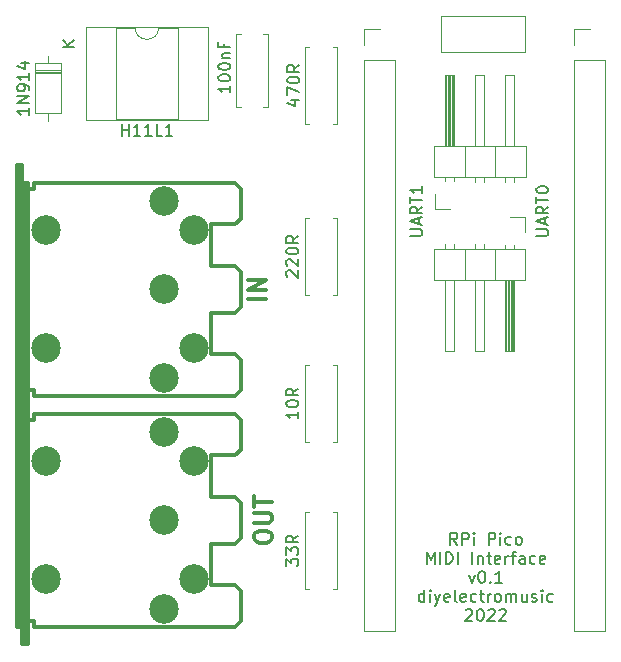
<source format=gbr>
%TF.GenerationSoftware,KiCad,Pcbnew,(6.0.5)*%
%TF.CreationDate,2022-07-19T14:12:40+01:00*%
%TF.ProjectId,PicoMIDIPack,5069636f-4d49-4444-9950-61636b2e6b69,rev?*%
%TF.SameCoordinates,Original*%
%TF.FileFunction,Legend,Top*%
%TF.FilePolarity,Positive*%
%FSLAX46Y46*%
G04 Gerber Fmt 4.6, Leading zero omitted, Abs format (unit mm)*
G04 Created by KiCad (PCBNEW (6.0.5)) date 2022-07-19 14:12:40*
%MOMM*%
%LPD*%
G01*
G04 APERTURE LIST*
%ADD10C,0.100000*%
%ADD11C,0.150000*%
%ADD12C,0.304800*%
%ADD13C,0.120000*%
%ADD14C,2.499360*%
G04 APERTURE END LIST*
D10*
X75184000Y-67564000D02*
X82296000Y-67564000D01*
X82296000Y-67564000D02*
X82296000Y-70612000D01*
X82296000Y-70612000D02*
X75184000Y-70612000D01*
X75184000Y-70612000D02*
X75184000Y-67564000D01*
D11*
X76565428Y-112294380D02*
X76232095Y-111818190D01*
X75994000Y-112294380D02*
X75994000Y-111294380D01*
X76374952Y-111294380D01*
X76470190Y-111342000D01*
X76517809Y-111389619D01*
X76565428Y-111484857D01*
X76565428Y-111627714D01*
X76517809Y-111722952D01*
X76470190Y-111770571D01*
X76374952Y-111818190D01*
X75994000Y-111818190D01*
X76994000Y-112294380D02*
X76994000Y-111294380D01*
X77374952Y-111294380D01*
X77470190Y-111342000D01*
X77517809Y-111389619D01*
X77565428Y-111484857D01*
X77565428Y-111627714D01*
X77517809Y-111722952D01*
X77470190Y-111770571D01*
X77374952Y-111818190D01*
X76994000Y-111818190D01*
X77994000Y-112294380D02*
X77994000Y-111627714D01*
X77994000Y-111294380D02*
X77946380Y-111342000D01*
X77994000Y-111389619D01*
X78041619Y-111342000D01*
X77994000Y-111294380D01*
X77994000Y-111389619D01*
X79232095Y-112294380D02*
X79232095Y-111294380D01*
X79613047Y-111294380D01*
X79708285Y-111342000D01*
X79755904Y-111389619D01*
X79803523Y-111484857D01*
X79803523Y-111627714D01*
X79755904Y-111722952D01*
X79708285Y-111770571D01*
X79613047Y-111818190D01*
X79232095Y-111818190D01*
X80232095Y-112294380D02*
X80232095Y-111627714D01*
X80232095Y-111294380D02*
X80184476Y-111342000D01*
X80232095Y-111389619D01*
X80279714Y-111342000D01*
X80232095Y-111294380D01*
X80232095Y-111389619D01*
X81136857Y-112246761D02*
X81041619Y-112294380D01*
X80851142Y-112294380D01*
X80755904Y-112246761D01*
X80708285Y-112199142D01*
X80660666Y-112103904D01*
X80660666Y-111818190D01*
X80708285Y-111722952D01*
X80755904Y-111675333D01*
X80851142Y-111627714D01*
X81041619Y-111627714D01*
X81136857Y-111675333D01*
X81708285Y-112294380D02*
X81613047Y-112246761D01*
X81565428Y-112199142D01*
X81517809Y-112103904D01*
X81517809Y-111818190D01*
X81565428Y-111722952D01*
X81613047Y-111675333D01*
X81708285Y-111627714D01*
X81851142Y-111627714D01*
X81946380Y-111675333D01*
X81994000Y-111722952D01*
X82041619Y-111818190D01*
X82041619Y-112103904D01*
X81994000Y-112199142D01*
X81946380Y-112246761D01*
X81851142Y-112294380D01*
X81708285Y-112294380D01*
X73994000Y-113904380D02*
X73994000Y-112904380D01*
X74327333Y-113618666D01*
X74660666Y-112904380D01*
X74660666Y-113904380D01*
X75136857Y-113904380D02*
X75136857Y-112904380D01*
X75613047Y-113904380D02*
X75613047Y-112904380D01*
X75851142Y-112904380D01*
X75994000Y-112952000D01*
X76089238Y-113047238D01*
X76136857Y-113142476D01*
X76184476Y-113332952D01*
X76184476Y-113475809D01*
X76136857Y-113666285D01*
X76089238Y-113761523D01*
X75994000Y-113856761D01*
X75851142Y-113904380D01*
X75613047Y-113904380D01*
X76613047Y-113904380D02*
X76613047Y-112904380D01*
X77851142Y-113904380D02*
X77851142Y-112904380D01*
X78327333Y-113237714D02*
X78327333Y-113904380D01*
X78327333Y-113332952D02*
X78374952Y-113285333D01*
X78470190Y-113237714D01*
X78613047Y-113237714D01*
X78708285Y-113285333D01*
X78755904Y-113380571D01*
X78755904Y-113904380D01*
X79089238Y-113237714D02*
X79470190Y-113237714D01*
X79232095Y-112904380D02*
X79232095Y-113761523D01*
X79279714Y-113856761D01*
X79374952Y-113904380D01*
X79470190Y-113904380D01*
X80184476Y-113856761D02*
X80089238Y-113904380D01*
X79898761Y-113904380D01*
X79803523Y-113856761D01*
X79755904Y-113761523D01*
X79755904Y-113380571D01*
X79803523Y-113285333D01*
X79898761Y-113237714D01*
X80089238Y-113237714D01*
X80184476Y-113285333D01*
X80232095Y-113380571D01*
X80232095Y-113475809D01*
X79755904Y-113571047D01*
X80660666Y-113904380D02*
X80660666Y-113237714D01*
X80660666Y-113428190D02*
X80708285Y-113332952D01*
X80755904Y-113285333D01*
X80851142Y-113237714D01*
X80946380Y-113237714D01*
X81136857Y-113237714D02*
X81517809Y-113237714D01*
X81279714Y-113904380D02*
X81279714Y-113047238D01*
X81327333Y-112952000D01*
X81422571Y-112904380D01*
X81517809Y-112904380D01*
X82279714Y-113904380D02*
X82279714Y-113380571D01*
X82232095Y-113285333D01*
X82136857Y-113237714D01*
X81946380Y-113237714D01*
X81851142Y-113285333D01*
X82279714Y-113856761D02*
X82184476Y-113904380D01*
X81946380Y-113904380D01*
X81851142Y-113856761D01*
X81803523Y-113761523D01*
X81803523Y-113666285D01*
X81851142Y-113571047D01*
X81946380Y-113523428D01*
X82184476Y-113523428D01*
X82279714Y-113475809D01*
X83184476Y-113856761D02*
X83089238Y-113904380D01*
X82898761Y-113904380D01*
X82803523Y-113856761D01*
X82755904Y-113809142D01*
X82708285Y-113713904D01*
X82708285Y-113428190D01*
X82755904Y-113332952D01*
X82803523Y-113285333D01*
X82898761Y-113237714D01*
X83089238Y-113237714D01*
X83184476Y-113285333D01*
X83994000Y-113856761D02*
X83898761Y-113904380D01*
X83708285Y-113904380D01*
X83613047Y-113856761D01*
X83565428Y-113761523D01*
X83565428Y-113380571D01*
X83613047Y-113285333D01*
X83708285Y-113237714D01*
X83898761Y-113237714D01*
X83994000Y-113285333D01*
X84041619Y-113380571D01*
X84041619Y-113475809D01*
X83565428Y-113571047D01*
X77565428Y-114847714D02*
X77803523Y-115514380D01*
X78041619Y-114847714D01*
X78613047Y-114514380D02*
X78708285Y-114514380D01*
X78803523Y-114562000D01*
X78851142Y-114609619D01*
X78898761Y-114704857D01*
X78946380Y-114895333D01*
X78946380Y-115133428D01*
X78898761Y-115323904D01*
X78851142Y-115419142D01*
X78803523Y-115466761D01*
X78708285Y-115514380D01*
X78613047Y-115514380D01*
X78517809Y-115466761D01*
X78470190Y-115419142D01*
X78422571Y-115323904D01*
X78374952Y-115133428D01*
X78374952Y-114895333D01*
X78422571Y-114704857D01*
X78470190Y-114609619D01*
X78517809Y-114562000D01*
X78613047Y-114514380D01*
X79374952Y-115419142D02*
X79422571Y-115466761D01*
X79374952Y-115514380D01*
X79327333Y-115466761D01*
X79374952Y-115419142D01*
X79374952Y-115514380D01*
X80374952Y-115514380D02*
X79803523Y-115514380D01*
X80089238Y-115514380D02*
X80089238Y-114514380D01*
X79994000Y-114657238D01*
X79898761Y-114752476D01*
X79803523Y-114800095D01*
X73803523Y-117124380D02*
X73803523Y-116124380D01*
X73803523Y-117076761D02*
X73708285Y-117124380D01*
X73517809Y-117124380D01*
X73422571Y-117076761D01*
X73374952Y-117029142D01*
X73327333Y-116933904D01*
X73327333Y-116648190D01*
X73374952Y-116552952D01*
X73422571Y-116505333D01*
X73517809Y-116457714D01*
X73708285Y-116457714D01*
X73803523Y-116505333D01*
X74279714Y-117124380D02*
X74279714Y-116457714D01*
X74279714Y-116124380D02*
X74232095Y-116172000D01*
X74279714Y-116219619D01*
X74327333Y-116172000D01*
X74279714Y-116124380D01*
X74279714Y-116219619D01*
X74660666Y-116457714D02*
X74898761Y-117124380D01*
X75136857Y-116457714D02*
X74898761Y-117124380D01*
X74803523Y-117362476D01*
X74755904Y-117410095D01*
X74660666Y-117457714D01*
X75898761Y-117076761D02*
X75803523Y-117124380D01*
X75613047Y-117124380D01*
X75517809Y-117076761D01*
X75470190Y-116981523D01*
X75470190Y-116600571D01*
X75517809Y-116505333D01*
X75613047Y-116457714D01*
X75803523Y-116457714D01*
X75898761Y-116505333D01*
X75946380Y-116600571D01*
X75946380Y-116695809D01*
X75470190Y-116791047D01*
X76517809Y-117124380D02*
X76422571Y-117076761D01*
X76374952Y-116981523D01*
X76374952Y-116124380D01*
X77279714Y-117076761D02*
X77184476Y-117124380D01*
X76994000Y-117124380D01*
X76898761Y-117076761D01*
X76851142Y-116981523D01*
X76851142Y-116600571D01*
X76898761Y-116505333D01*
X76994000Y-116457714D01*
X77184476Y-116457714D01*
X77279714Y-116505333D01*
X77327333Y-116600571D01*
X77327333Y-116695809D01*
X76851142Y-116791047D01*
X78184476Y-117076761D02*
X78089238Y-117124380D01*
X77898761Y-117124380D01*
X77803523Y-117076761D01*
X77755904Y-117029142D01*
X77708285Y-116933904D01*
X77708285Y-116648190D01*
X77755904Y-116552952D01*
X77803523Y-116505333D01*
X77898761Y-116457714D01*
X78089238Y-116457714D01*
X78184476Y-116505333D01*
X78470190Y-116457714D02*
X78851142Y-116457714D01*
X78613047Y-116124380D02*
X78613047Y-116981523D01*
X78660666Y-117076761D01*
X78755904Y-117124380D01*
X78851142Y-117124380D01*
X79184476Y-117124380D02*
X79184476Y-116457714D01*
X79184476Y-116648190D02*
X79232095Y-116552952D01*
X79279714Y-116505333D01*
X79374952Y-116457714D01*
X79470190Y-116457714D01*
X79946380Y-117124380D02*
X79851142Y-117076761D01*
X79803523Y-117029142D01*
X79755904Y-116933904D01*
X79755904Y-116648190D01*
X79803523Y-116552952D01*
X79851142Y-116505333D01*
X79946380Y-116457714D01*
X80089238Y-116457714D01*
X80184476Y-116505333D01*
X80232095Y-116552952D01*
X80279714Y-116648190D01*
X80279714Y-116933904D01*
X80232095Y-117029142D01*
X80184476Y-117076761D01*
X80089238Y-117124380D01*
X79946380Y-117124380D01*
X80708285Y-117124380D02*
X80708285Y-116457714D01*
X80708285Y-116552952D02*
X80755904Y-116505333D01*
X80851142Y-116457714D01*
X80994000Y-116457714D01*
X81089238Y-116505333D01*
X81136857Y-116600571D01*
X81136857Y-117124380D01*
X81136857Y-116600571D02*
X81184476Y-116505333D01*
X81279714Y-116457714D01*
X81422571Y-116457714D01*
X81517809Y-116505333D01*
X81565428Y-116600571D01*
X81565428Y-117124380D01*
X82470190Y-116457714D02*
X82470190Y-117124380D01*
X82041619Y-116457714D02*
X82041619Y-116981523D01*
X82089238Y-117076761D01*
X82184476Y-117124380D01*
X82327333Y-117124380D01*
X82422571Y-117076761D01*
X82470190Y-117029142D01*
X82898761Y-117076761D02*
X82994000Y-117124380D01*
X83184476Y-117124380D01*
X83279714Y-117076761D01*
X83327333Y-116981523D01*
X83327333Y-116933904D01*
X83279714Y-116838666D01*
X83184476Y-116791047D01*
X83041619Y-116791047D01*
X82946380Y-116743428D01*
X82898761Y-116648190D01*
X82898761Y-116600571D01*
X82946380Y-116505333D01*
X83041619Y-116457714D01*
X83184476Y-116457714D01*
X83279714Y-116505333D01*
X83755904Y-117124380D02*
X83755904Y-116457714D01*
X83755904Y-116124380D02*
X83708285Y-116172000D01*
X83755904Y-116219619D01*
X83803523Y-116172000D01*
X83755904Y-116124380D01*
X83755904Y-116219619D01*
X84660666Y-117076761D02*
X84565428Y-117124380D01*
X84374952Y-117124380D01*
X84279714Y-117076761D01*
X84232095Y-117029142D01*
X84184476Y-116933904D01*
X84184476Y-116648190D01*
X84232095Y-116552952D01*
X84279714Y-116505333D01*
X84374952Y-116457714D01*
X84565428Y-116457714D01*
X84660666Y-116505333D01*
X77279714Y-117829619D02*
X77327333Y-117782000D01*
X77422571Y-117734380D01*
X77660666Y-117734380D01*
X77755904Y-117782000D01*
X77803523Y-117829619D01*
X77851142Y-117924857D01*
X77851142Y-118020095D01*
X77803523Y-118162952D01*
X77232095Y-118734380D01*
X77851142Y-118734380D01*
X78470190Y-117734380D02*
X78565428Y-117734380D01*
X78660666Y-117782000D01*
X78708285Y-117829619D01*
X78755904Y-117924857D01*
X78803523Y-118115333D01*
X78803523Y-118353428D01*
X78755904Y-118543904D01*
X78708285Y-118639142D01*
X78660666Y-118686761D01*
X78565428Y-118734380D01*
X78470190Y-118734380D01*
X78374952Y-118686761D01*
X78327333Y-118639142D01*
X78279714Y-118543904D01*
X78232095Y-118353428D01*
X78232095Y-118115333D01*
X78279714Y-117924857D01*
X78327333Y-117829619D01*
X78374952Y-117782000D01*
X78470190Y-117734380D01*
X79184476Y-117829619D02*
X79232095Y-117782000D01*
X79327333Y-117734380D01*
X79565428Y-117734380D01*
X79660666Y-117782000D01*
X79708285Y-117829619D01*
X79755904Y-117924857D01*
X79755904Y-118020095D01*
X79708285Y-118162952D01*
X79136857Y-118734380D01*
X79755904Y-118734380D01*
X80136857Y-117829619D02*
X80184476Y-117782000D01*
X80279714Y-117734380D01*
X80517809Y-117734380D01*
X80613047Y-117782000D01*
X80660666Y-117829619D01*
X80708285Y-117924857D01*
X80708285Y-118020095D01*
X80660666Y-118162952D01*
X80089238Y-118734380D01*
X80708285Y-118734380D01*
%TO.C,UART0*%
X83272380Y-86145428D02*
X84081904Y-86145428D01*
X84177142Y-86097809D01*
X84224761Y-86050190D01*
X84272380Y-85954952D01*
X84272380Y-85764476D01*
X84224761Y-85669238D01*
X84177142Y-85621619D01*
X84081904Y-85574000D01*
X83272380Y-85574000D01*
X83986666Y-85145428D02*
X83986666Y-84669238D01*
X84272380Y-85240666D02*
X83272380Y-84907333D01*
X84272380Y-84574000D01*
X84272380Y-83669238D02*
X83796190Y-84002571D01*
X84272380Y-84240666D02*
X83272380Y-84240666D01*
X83272380Y-83859714D01*
X83320000Y-83764476D01*
X83367619Y-83716857D01*
X83462857Y-83669238D01*
X83605714Y-83669238D01*
X83700952Y-83716857D01*
X83748571Y-83764476D01*
X83796190Y-83859714D01*
X83796190Y-84240666D01*
X83272380Y-83383523D02*
X83272380Y-82812095D01*
X84272380Y-83097809D02*
X83272380Y-83097809D01*
X83272380Y-82288285D02*
X83272380Y-82193047D01*
X83320000Y-82097809D01*
X83367619Y-82050190D01*
X83462857Y-82002571D01*
X83653333Y-81954952D01*
X83891428Y-81954952D01*
X84081904Y-82002571D01*
X84177142Y-82050190D01*
X84224761Y-82097809D01*
X84272380Y-82193047D01*
X84272380Y-82288285D01*
X84224761Y-82383523D01*
X84177142Y-82431142D01*
X84081904Y-82478761D01*
X83891428Y-82526380D01*
X83653333Y-82526380D01*
X83462857Y-82478761D01*
X83367619Y-82431142D01*
X83320000Y-82383523D01*
X83272380Y-82288285D01*
D12*
%TO.C,IN*%
X60379428Y-91476285D02*
X58855428Y-91476285D01*
X60379428Y-90750571D02*
X58855428Y-90750571D01*
X60379428Y-89879714D01*
X58855428Y-89879714D01*
D11*
%TO.C,33R*%
X62106380Y-114085523D02*
X62106380Y-113466476D01*
X62487333Y-113799809D01*
X62487333Y-113656952D01*
X62534952Y-113561714D01*
X62582571Y-113514095D01*
X62677809Y-113466476D01*
X62915904Y-113466476D01*
X63011142Y-113514095D01*
X63058761Y-113561714D01*
X63106380Y-113656952D01*
X63106380Y-113942666D01*
X63058761Y-114037904D01*
X63011142Y-114085523D01*
X62106380Y-113133142D02*
X62106380Y-112514095D01*
X62487333Y-112847428D01*
X62487333Y-112704571D01*
X62534952Y-112609333D01*
X62582571Y-112561714D01*
X62677809Y-112514095D01*
X62915904Y-112514095D01*
X63011142Y-112561714D01*
X63058761Y-112609333D01*
X63106380Y-112704571D01*
X63106380Y-112990285D01*
X63058761Y-113085523D01*
X63011142Y-113133142D01*
X63106380Y-111514095D02*
X62630190Y-111847428D01*
X63106380Y-112085523D02*
X62106380Y-112085523D01*
X62106380Y-111704571D01*
X62154000Y-111609333D01*
X62201619Y-111561714D01*
X62296857Y-111514095D01*
X62439714Y-111514095D01*
X62534952Y-111561714D01*
X62582571Y-111609333D01*
X62630190Y-111704571D01*
X62630190Y-112085523D01*
%TO.C,220R*%
X62201619Y-89622095D02*
X62154000Y-89574476D01*
X62106380Y-89479238D01*
X62106380Y-89241142D01*
X62154000Y-89145904D01*
X62201619Y-89098285D01*
X62296857Y-89050666D01*
X62392095Y-89050666D01*
X62534952Y-89098285D01*
X63106380Y-89669714D01*
X63106380Y-89050666D01*
X62201619Y-88669714D02*
X62154000Y-88622095D01*
X62106380Y-88526857D01*
X62106380Y-88288761D01*
X62154000Y-88193523D01*
X62201619Y-88145904D01*
X62296857Y-88098285D01*
X62392095Y-88098285D01*
X62534952Y-88145904D01*
X63106380Y-88717333D01*
X63106380Y-88098285D01*
X62106380Y-87479238D02*
X62106380Y-87384000D01*
X62154000Y-87288761D01*
X62201619Y-87241142D01*
X62296857Y-87193523D01*
X62487333Y-87145904D01*
X62725428Y-87145904D01*
X62915904Y-87193523D01*
X63011142Y-87241142D01*
X63058761Y-87288761D01*
X63106380Y-87384000D01*
X63106380Y-87479238D01*
X63058761Y-87574476D01*
X63011142Y-87622095D01*
X62915904Y-87669714D01*
X62725428Y-87717333D01*
X62487333Y-87717333D01*
X62296857Y-87669714D01*
X62201619Y-87622095D01*
X62154000Y-87574476D01*
X62106380Y-87479238D01*
X63106380Y-86145904D02*
X62630190Y-86479238D01*
X63106380Y-86717333D02*
X62106380Y-86717333D01*
X62106380Y-86336380D01*
X62154000Y-86241142D01*
X62201619Y-86193523D01*
X62296857Y-86145904D01*
X62439714Y-86145904D01*
X62534952Y-86193523D01*
X62582571Y-86241142D01*
X62630190Y-86336380D01*
X62630190Y-86717333D01*
%TO.C,H11L1*%
X48172952Y-77668380D02*
X48172952Y-76668380D01*
X48172952Y-77144571D02*
X48744380Y-77144571D01*
X48744380Y-77668380D02*
X48744380Y-76668380D01*
X49744380Y-77668380D02*
X49172952Y-77668380D01*
X49458666Y-77668380D02*
X49458666Y-76668380D01*
X49363428Y-76811238D01*
X49268190Y-76906476D01*
X49172952Y-76954095D01*
X50696761Y-77668380D02*
X50125333Y-77668380D01*
X50411047Y-77668380D02*
X50411047Y-76668380D01*
X50315809Y-76811238D01*
X50220571Y-76906476D01*
X50125333Y-76954095D01*
X51601523Y-77668380D02*
X51125333Y-77668380D01*
X51125333Y-76668380D01*
X52458666Y-77668380D02*
X51887238Y-77668380D01*
X52172952Y-77668380D02*
X52172952Y-76668380D01*
X52077714Y-76811238D01*
X51982476Y-76906476D01*
X51887238Y-76954095D01*
%TO.C,UART1*%
X72604380Y-86145428D02*
X73413904Y-86145428D01*
X73509142Y-86097809D01*
X73556761Y-86050190D01*
X73604380Y-85954952D01*
X73604380Y-85764476D01*
X73556761Y-85669238D01*
X73509142Y-85621619D01*
X73413904Y-85574000D01*
X72604380Y-85574000D01*
X73318666Y-85145428D02*
X73318666Y-84669238D01*
X73604380Y-85240666D02*
X72604380Y-84907333D01*
X73604380Y-84574000D01*
X73604380Y-83669238D02*
X73128190Y-84002571D01*
X73604380Y-84240666D02*
X72604380Y-84240666D01*
X72604380Y-83859714D01*
X72652000Y-83764476D01*
X72699619Y-83716857D01*
X72794857Y-83669238D01*
X72937714Y-83669238D01*
X73032952Y-83716857D01*
X73080571Y-83764476D01*
X73128190Y-83859714D01*
X73128190Y-84240666D01*
X72604380Y-83383523D02*
X72604380Y-82812095D01*
X73604380Y-83097809D02*
X72604380Y-83097809D01*
X73604380Y-81954952D02*
X73604380Y-82526380D01*
X73604380Y-82240666D02*
X72604380Y-82240666D01*
X72747238Y-82335904D01*
X72842476Y-82431142D01*
X72890095Y-82526380D01*
%TO.C,470R*%
X62523714Y-74667904D02*
X63190380Y-74667904D01*
X62142761Y-74906000D02*
X62857047Y-75144095D01*
X62857047Y-74525047D01*
X62190380Y-74239333D02*
X62190380Y-73572666D01*
X63190380Y-74001238D01*
X62190380Y-73001238D02*
X62190380Y-72906000D01*
X62238000Y-72810761D01*
X62285619Y-72763142D01*
X62380857Y-72715523D01*
X62571333Y-72667904D01*
X62809428Y-72667904D01*
X62999904Y-72715523D01*
X63095142Y-72763142D01*
X63142761Y-72810761D01*
X63190380Y-72906000D01*
X63190380Y-73001238D01*
X63142761Y-73096476D01*
X63095142Y-73144095D01*
X62999904Y-73191714D01*
X62809428Y-73239333D01*
X62571333Y-73239333D01*
X62380857Y-73191714D01*
X62285619Y-73144095D01*
X62238000Y-73096476D01*
X62190380Y-73001238D01*
X63190380Y-71667904D02*
X62714190Y-72001238D01*
X63190380Y-72239333D02*
X62190380Y-72239333D01*
X62190380Y-71858380D01*
X62238000Y-71763142D01*
X62285619Y-71715523D01*
X62380857Y-71667904D01*
X62523714Y-71667904D01*
X62618952Y-71715523D01*
X62666571Y-71763142D01*
X62714190Y-71858380D01*
X62714190Y-72239333D01*
%TO.C,10R*%
X63106380Y-101020476D02*
X63106380Y-101591904D01*
X63106380Y-101306190D02*
X62106380Y-101306190D01*
X62249238Y-101401428D01*
X62344476Y-101496666D01*
X62392095Y-101591904D01*
X62106380Y-100401428D02*
X62106380Y-100306190D01*
X62154000Y-100210952D01*
X62201619Y-100163333D01*
X62296857Y-100115714D01*
X62487333Y-100068095D01*
X62725428Y-100068095D01*
X62915904Y-100115714D01*
X63011142Y-100163333D01*
X63058761Y-100210952D01*
X63106380Y-100306190D01*
X63106380Y-100401428D01*
X63058761Y-100496666D01*
X63011142Y-100544285D01*
X62915904Y-100591904D01*
X62725428Y-100639523D01*
X62487333Y-100639523D01*
X62296857Y-100591904D01*
X62201619Y-100544285D01*
X62154000Y-100496666D01*
X62106380Y-100401428D01*
X63106380Y-99068095D02*
X62630190Y-99401428D01*
X63106380Y-99639523D02*
X62106380Y-99639523D01*
X62106380Y-99258571D01*
X62154000Y-99163333D01*
X62201619Y-99115714D01*
X62296857Y-99068095D01*
X62439714Y-99068095D01*
X62534952Y-99115714D01*
X62582571Y-99163333D01*
X62630190Y-99258571D01*
X62630190Y-99639523D01*
%TO.C,100nF*%
X57348380Y-73429619D02*
X57348380Y-74001047D01*
X57348380Y-73715333D02*
X56348380Y-73715333D01*
X56491238Y-73810571D01*
X56586476Y-73905809D01*
X56634095Y-74001047D01*
X56348380Y-72810571D02*
X56348380Y-72715333D01*
X56396000Y-72620095D01*
X56443619Y-72572476D01*
X56538857Y-72524857D01*
X56729333Y-72477238D01*
X56967428Y-72477238D01*
X57157904Y-72524857D01*
X57253142Y-72572476D01*
X57300761Y-72620095D01*
X57348380Y-72715333D01*
X57348380Y-72810571D01*
X57300761Y-72905809D01*
X57253142Y-72953428D01*
X57157904Y-73001047D01*
X56967428Y-73048666D01*
X56729333Y-73048666D01*
X56538857Y-73001047D01*
X56443619Y-72953428D01*
X56396000Y-72905809D01*
X56348380Y-72810571D01*
X56348380Y-71858190D02*
X56348380Y-71762952D01*
X56396000Y-71667714D01*
X56443619Y-71620095D01*
X56538857Y-71572476D01*
X56729333Y-71524857D01*
X56967428Y-71524857D01*
X57157904Y-71572476D01*
X57253142Y-71620095D01*
X57300761Y-71667714D01*
X57348380Y-71762952D01*
X57348380Y-71858190D01*
X57300761Y-71953428D01*
X57253142Y-72001047D01*
X57157904Y-72048666D01*
X56967428Y-72096285D01*
X56729333Y-72096285D01*
X56538857Y-72048666D01*
X56443619Y-72001047D01*
X56396000Y-71953428D01*
X56348380Y-71858190D01*
X56681714Y-71096285D02*
X57348380Y-71096285D01*
X56776952Y-71096285D02*
X56729333Y-71048666D01*
X56681714Y-70953428D01*
X56681714Y-70810571D01*
X56729333Y-70715333D01*
X56824571Y-70667714D01*
X57348380Y-70667714D01*
X56824571Y-69858190D02*
X56824571Y-70191523D01*
X57348380Y-70191523D02*
X56348380Y-70191523D01*
X56348380Y-69715333D01*
%TO.C,1N914*%
X40330380Y-75326666D02*
X40330380Y-75898095D01*
X40330380Y-75612380D02*
X39330380Y-75612380D01*
X39473238Y-75707619D01*
X39568476Y-75802857D01*
X39616095Y-75898095D01*
X40330380Y-74898095D02*
X39330380Y-74898095D01*
X40330380Y-74326666D01*
X39330380Y-74326666D01*
X40330380Y-73802857D02*
X40330380Y-73612380D01*
X40282761Y-73517142D01*
X40235142Y-73469523D01*
X40092285Y-73374285D01*
X39901809Y-73326666D01*
X39520857Y-73326666D01*
X39425619Y-73374285D01*
X39378000Y-73421904D01*
X39330380Y-73517142D01*
X39330380Y-73707619D01*
X39378000Y-73802857D01*
X39425619Y-73850476D01*
X39520857Y-73898095D01*
X39758952Y-73898095D01*
X39854190Y-73850476D01*
X39901809Y-73802857D01*
X39949428Y-73707619D01*
X39949428Y-73517142D01*
X39901809Y-73421904D01*
X39854190Y-73374285D01*
X39758952Y-73326666D01*
X40330380Y-72374285D02*
X40330380Y-72945714D01*
X40330380Y-72660000D02*
X39330380Y-72660000D01*
X39473238Y-72755238D01*
X39568476Y-72850476D01*
X39616095Y-72945714D01*
X39663714Y-71517142D02*
X40330380Y-71517142D01*
X39282761Y-71755238D02*
X39997047Y-71993333D01*
X39997047Y-71374285D01*
X44162380Y-70111904D02*
X43162380Y-70111904D01*
X44162380Y-69540476D02*
X43590952Y-69969047D01*
X43162380Y-69540476D02*
X43733809Y-70111904D01*
D12*
%TO.C,OUT*%
X59363428Y-111760000D02*
X59363428Y-111469714D01*
X59436000Y-111324571D01*
X59581142Y-111179428D01*
X59871428Y-111106857D01*
X60379428Y-111106857D01*
X60669714Y-111179428D01*
X60814857Y-111324571D01*
X60887428Y-111469714D01*
X60887428Y-111760000D01*
X60814857Y-111905142D01*
X60669714Y-112050285D01*
X60379428Y-112122857D01*
X59871428Y-112122857D01*
X59581142Y-112050285D01*
X59436000Y-111905142D01*
X59363428Y-111760000D01*
X59363428Y-110453714D02*
X60597142Y-110453714D01*
X60742285Y-110381142D01*
X60814857Y-110308571D01*
X60887428Y-110163428D01*
X60887428Y-109873142D01*
X60814857Y-109728000D01*
X60742285Y-109655428D01*
X60597142Y-109582857D01*
X59363428Y-109582857D01*
X59363428Y-109074857D02*
X59363428Y-108204000D01*
X60887428Y-108639428D02*
X59363428Y-108639428D01*
D13*
%TO.C,UART0*%
X77201000Y-87235000D02*
X77201000Y-89895000D01*
X82341000Y-87235000D02*
X74601000Y-87235000D01*
X82341000Y-89895000D02*
X82341000Y-87235000D01*
X76311000Y-89895000D02*
X76311000Y-95895000D01*
X81391000Y-89895000D02*
X81391000Y-95895000D01*
X80731000Y-89895000D02*
X80731000Y-95895000D01*
X82281000Y-84525000D02*
X82281000Y-85795000D01*
X79741000Y-87235000D02*
X79741000Y-89895000D01*
X81011000Y-84525000D02*
X82281000Y-84525000D01*
X81391000Y-95895000D02*
X80631000Y-95895000D01*
X75551000Y-86837929D02*
X75551000Y-87235000D01*
X76311000Y-95895000D02*
X75551000Y-95895000D01*
X78091000Y-86837929D02*
X78091000Y-87235000D01*
X78851000Y-86837929D02*
X78851000Y-87235000D01*
X74601000Y-89895000D02*
X82341000Y-89895000D01*
X76311000Y-86837929D02*
X76311000Y-87235000D01*
X81391000Y-86905000D02*
X81391000Y-87235000D01*
X78851000Y-95895000D02*
X78091000Y-95895000D01*
X78851000Y-89895000D02*
X78851000Y-95895000D01*
X81331000Y-89895000D02*
X81331000Y-95895000D01*
X80631000Y-86905000D02*
X80631000Y-87235000D01*
X81211000Y-89895000D02*
X81211000Y-95895000D01*
X81091000Y-89895000D02*
X81091000Y-95895000D01*
X80851000Y-89895000D02*
X80851000Y-95895000D01*
X75551000Y-95895000D02*
X75551000Y-89895000D01*
X74601000Y-87235000D02*
X74601000Y-89895000D01*
X78091000Y-95895000D02*
X78091000Y-89895000D01*
X80971000Y-89895000D02*
X80971000Y-95895000D01*
X80631000Y-95895000D02*
X80631000Y-89895000D01*
D12*
%TO.C,IN*%
X39768780Y-99677220D02*
X39768780Y-81678780D01*
X58267600Y-96677480D02*
X57767220Y-96177100D01*
X57767220Y-99677220D02*
X58267600Y-99176840D01*
X39768780Y-101178360D02*
X39768780Y-99677220D01*
X39768780Y-80177640D02*
X39768780Y-81678780D01*
X58267600Y-92179140D02*
X57767220Y-92676980D01*
X40269160Y-81678780D02*
X40269160Y-101178360D01*
X40017700Y-81678780D02*
X40017700Y-101178360D01*
X57767220Y-99677220D02*
X40767000Y-99677220D01*
X40767000Y-81678780D02*
X40767000Y-82179160D01*
X55768240Y-85178900D02*
X55768240Y-88679020D01*
X58267600Y-84678520D02*
X57767220Y-85178900D01*
X58267600Y-89176860D02*
X57767220Y-88679020D01*
X57767220Y-81678780D02*
X58267600Y-82179160D01*
X39768780Y-81678780D02*
X40269160Y-81678780D01*
X55768240Y-96177100D02*
X55768240Y-92676980D01*
X39768780Y-99677220D02*
X39268400Y-99677220D01*
X58267600Y-89176860D02*
X58267600Y-92179140D01*
X57767220Y-88679020D02*
X55768240Y-88679020D01*
X40767000Y-82179160D02*
X40269160Y-82179160D01*
X57767220Y-85178900D02*
X55768240Y-85178900D01*
X58267600Y-82179160D02*
X58267600Y-84678520D01*
X39517320Y-80177640D02*
X39517320Y-99677220D01*
X40269160Y-101178360D02*
X39768780Y-101178360D01*
X57767220Y-96177100D02*
X55768240Y-96177100D01*
X39268400Y-99677220D02*
X39268400Y-80177640D01*
X57767220Y-81678780D02*
X40767000Y-81678780D01*
X57767220Y-92676980D02*
X55768240Y-92676980D01*
X40767000Y-99677220D02*
X40767000Y-99176840D01*
X58267600Y-99176840D02*
X58267600Y-97177860D01*
X39268400Y-80177640D02*
X39768780Y-80177640D01*
X58267600Y-97177860D02*
X58267600Y-96677480D01*
X40269160Y-99176840D02*
X40767000Y-99176840D01*
D13*
%TO.C,33R*%
X66394000Y-116046000D02*
X66394000Y-109506000D01*
X66394000Y-109506000D02*
X66064000Y-109506000D01*
X63654000Y-109506000D02*
X63984000Y-109506000D01*
X63984000Y-116046000D02*
X63654000Y-116046000D01*
X66064000Y-116046000D02*
X66394000Y-116046000D01*
X63654000Y-116046000D02*
X63654000Y-109506000D01*
%TO.C,220R*%
X66064000Y-91154000D02*
X66394000Y-91154000D01*
X63654000Y-91154000D02*
X63654000Y-84614000D01*
X63984000Y-91154000D02*
X63654000Y-91154000D01*
X66394000Y-84614000D02*
X66064000Y-84614000D01*
X63654000Y-84614000D02*
X63984000Y-84614000D01*
X66394000Y-91154000D02*
X66394000Y-84614000D01*
%TO.C,J4*%
X86450000Y-71270000D02*
X86450000Y-119590000D01*
X86450000Y-68670000D02*
X87780000Y-68670000D01*
X89110000Y-71270000D02*
X89110000Y-119590000D01*
X86450000Y-71270000D02*
X89110000Y-71270000D01*
X86450000Y-70000000D02*
X86450000Y-68670000D01*
X86450000Y-119590000D02*
X89110000Y-119590000D01*
%TO.C,H11L1*%
X45162000Y-68450000D02*
X45162000Y-76310000D01*
X45162000Y-76310000D02*
X55442000Y-76310000D01*
X47652000Y-76250000D02*
X52952000Y-76250000D01*
X52952000Y-76250000D02*
X52952000Y-68510000D01*
X47652000Y-68510000D02*
X47652000Y-76250000D01*
X49302000Y-68510000D02*
X47652000Y-68510000D01*
X55442000Y-68450000D02*
X45162000Y-68450000D01*
X52952000Y-68510000D02*
X51302000Y-68510000D01*
X55442000Y-76310000D02*
X55442000Y-68450000D01*
X49302000Y-68510000D02*
G75*
G03*
X51302000Y-68510000I1000000J0D01*
G01*
%TO.C,UART1*%
X81421000Y-72507000D02*
X81421000Y-78507000D01*
X82371000Y-78507000D02*
X74631000Y-78507000D01*
X75581000Y-78507000D02*
X75581000Y-72507000D01*
X75961000Y-83877000D02*
X74691000Y-83877000D01*
X74691000Y-83877000D02*
X74691000Y-82607000D01*
X80661000Y-72507000D02*
X81421000Y-72507000D01*
X78121000Y-81564071D02*
X78121000Y-81167000D01*
X76001000Y-78507000D02*
X76001000Y-72507000D01*
X78121000Y-72507000D02*
X78881000Y-72507000D01*
X79771000Y-81167000D02*
X79771000Y-78507000D01*
X75641000Y-78507000D02*
X75641000Y-72507000D01*
X77231000Y-81167000D02*
X77231000Y-78507000D01*
X75581000Y-81497000D02*
X75581000Y-81167000D01*
X76121000Y-78507000D02*
X76121000Y-72507000D01*
X80661000Y-78507000D02*
X80661000Y-72507000D01*
X78881000Y-81564071D02*
X78881000Y-81167000D01*
X82371000Y-81167000D02*
X82371000Y-78507000D01*
X74631000Y-78507000D02*
X74631000Y-81167000D01*
X76341000Y-72507000D02*
X76341000Y-78507000D01*
X75881000Y-78507000D02*
X75881000Y-72507000D01*
X75581000Y-72507000D02*
X76341000Y-72507000D01*
X76341000Y-81497000D02*
X76341000Y-81167000D01*
X80661000Y-81564071D02*
X80661000Y-81167000D01*
X78881000Y-72507000D02*
X78881000Y-78507000D01*
X75761000Y-78507000D02*
X75761000Y-72507000D01*
X78121000Y-78507000D02*
X78121000Y-72507000D01*
X81421000Y-81564071D02*
X81421000Y-81167000D01*
X74631000Y-81167000D02*
X82371000Y-81167000D01*
X76241000Y-78507000D02*
X76241000Y-72507000D01*
%TO.C,470R*%
X63984000Y-70136000D02*
X63654000Y-70136000D01*
X66394000Y-76676000D02*
X66064000Y-76676000D01*
X66394000Y-70136000D02*
X66394000Y-76676000D01*
X63654000Y-76676000D02*
X63984000Y-76676000D01*
X63654000Y-70136000D02*
X63654000Y-76676000D01*
X66064000Y-70136000D02*
X66394000Y-70136000D01*
%TO.C,10R*%
X66394000Y-97060000D02*
X66064000Y-97060000D01*
X63654000Y-103600000D02*
X63654000Y-97060000D01*
X66064000Y-103600000D02*
X66394000Y-103600000D01*
X63654000Y-97060000D02*
X63984000Y-97060000D01*
X66394000Y-103600000D02*
X66394000Y-97060000D01*
X63984000Y-103600000D02*
X63654000Y-103600000D01*
%TO.C,100nF*%
X57812000Y-69016000D02*
X57812000Y-75256000D01*
X60552000Y-69016000D02*
X60552000Y-75256000D01*
X58257000Y-75256000D02*
X57812000Y-75256000D01*
X58257000Y-69016000D02*
X57812000Y-69016000D01*
X60552000Y-75256000D02*
X60107000Y-75256000D01*
X60552000Y-69016000D02*
X60107000Y-69016000D01*
%TO.C,1N914*%
X41910000Y-70890000D02*
X41910000Y-71540000D01*
X43030000Y-75780000D02*
X43030000Y-71540000D01*
X43030000Y-71540000D02*
X40790000Y-71540000D01*
X40790000Y-75780000D02*
X43030000Y-75780000D01*
X43030000Y-72380000D02*
X40790000Y-72380000D01*
X41910000Y-76430000D02*
X41910000Y-75780000D01*
X40790000Y-71540000D02*
X40790000Y-75780000D01*
X43030000Y-72260000D02*
X40790000Y-72260000D01*
X43030000Y-72140000D02*
X40790000Y-72140000D01*
%TO.C,J3*%
X68670000Y-71270000D02*
X68670000Y-119590000D01*
X68670000Y-68670000D02*
X70000000Y-68670000D01*
X68670000Y-71270000D02*
X71330000Y-71270000D01*
X71330000Y-71270000D02*
X71330000Y-119590000D01*
X68670000Y-119590000D02*
X71330000Y-119590000D01*
X68670000Y-70000000D02*
X68670000Y-68670000D01*
D12*
%TO.C,OUT*%
X55768240Y-104736900D02*
X55768240Y-108237020D01*
X58267600Y-118734840D02*
X58267600Y-116735860D01*
X39268400Y-99735640D02*
X39768780Y-99735640D01*
X58267600Y-108734860D02*
X58267600Y-111737140D01*
X57767220Y-115735100D02*
X55768240Y-115735100D01*
X58267600Y-108734860D02*
X57767220Y-108237020D01*
X57767220Y-101236780D02*
X40767000Y-101236780D01*
X57767220Y-101236780D02*
X58267600Y-101737160D01*
X57767220Y-108237020D02*
X55768240Y-108237020D01*
X40767000Y-119235220D02*
X40767000Y-118734840D01*
X57767220Y-119235220D02*
X40767000Y-119235220D01*
X57767220Y-104736900D02*
X55768240Y-104736900D01*
X58267600Y-111737140D02*
X57767220Y-112234980D01*
X39517320Y-99735640D02*
X39517320Y-119235220D01*
X57767220Y-112234980D02*
X55768240Y-112234980D01*
X58267600Y-104236520D02*
X57767220Y-104736900D01*
X39768780Y-119235220D02*
X39268400Y-119235220D01*
X40269160Y-101236780D02*
X40269160Y-120736360D01*
X58267600Y-101737160D02*
X58267600Y-104236520D01*
X58267600Y-116735860D02*
X58267600Y-116235480D01*
X40269160Y-120736360D02*
X39768780Y-120736360D01*
X40767000Y-101737160D02*
X40269160Y-101737160D01*
X39768780Y-120736360D02*
X39768780Y-119235220D01*
X58267600Y-116235480D02*
X57767220Y-115735100D01*
X57767220Y-119235220D02*
X58267600Y-118734840D01*
X40269160Y-118734840D02*
X40767000Y-118734840D01*
X39768780Y-99735640D02*
X39768780Y-101236780D01*
X39268400Y-119235220D02*
X39268400Y-99735640D01*
X39768780Y-119235220D02*
X39768780Y-101236780D01*
X39768780Y-101236780D02*
X40269160Y-101236780D01*
X40017700Y-101236780D02*
X40017700Y-120736360D01*
X55768240Y-115735100D02*
X55768240Y-112234980D01*
X40767000Y-101236780D02*
X40767000Y-101737160D01*
%TD*%
D14*
%TO.C,IN*%
X41770300Y-85676740D03*
X41770300Y-95679260D03*
X51765200Y-98176080D03*
X51767740Y-90678000D03*
X51765200Y-83179920D03*
X54267100Y-95674180D03*
X54267100Y-85681820D03*
%TD*%
%TO.C,OUT*%
X41770300Y-115237260D03*
X41770300Y-105234740D03*
X51765200Y-117734080D03*
X51767740Y-110236000D03*
X51765200Y-102737920D03*
X54267100Y-115232180D03*
X54267100Y-105239820D03*
%TD*%
M02*

</source>
